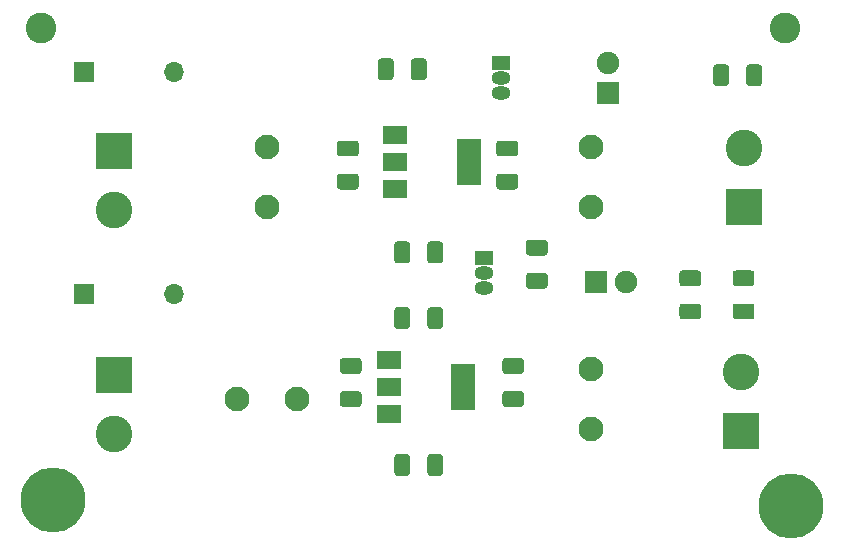
<source format=gbr>
G04 #@! TF.GenerationSoftware,KiCad,Pcbnew,(5.1.6)-1*
G04 #@! TF.CreationDate,2021-06-24T11:46:10+03:00*
G04 #@! TF.ProjectId,power supply,706f7765-7220-4737-9570-706c792e6b69,rev?*
G04 #@! TF.SameCoordinates,Original*
G04 #@! TF.FileFunction,Soldermask,Top*
G04 #@! TF.FilePolarity,Negative*
%FSLAX46Y46*%
G04 Gerber Fmt 4.6, Leading zero omitted, Abs format (unit mm)*
G04 Created by KiCad (PCBNEW (5.1.6)-1) date 2021-06-24 11:46:10*
%MOMM*%
%LPD*%
G01*
G04 APERTURE LIST*
%ADD10C,5.500000*%
%ADD11C,0.900000*%
%ADD12C,2.600000*%
%ADD13C,2.100000*%
%ADD14R,1.900000X1.900000*%
%ADD15C,1.900000*%
%ADD16C,3.100000*%
%ADD17R,3.100000X3.100000*%
%ADD18O,1.700000X1.700000*%
%ADD19R,1.700000X1.700000*%
%ADD20R,2.100000X3.900000*%
%ADD21R,2.100000X1.600000*%
%ADD22R,1.600000X1.150000*%
%ADD23O,1.600000X1.150000*%
G04 APERTURE END LIST*
D10*
X148000000Y-146500000D03*
D11*
X150025000Y-146500000D03*
X149431891Y-147931891D03*
X148000000Y-148525000D03*
X146568109Y-147931891D03*
X145975000Y-146500000D03*
X146568109Y-145068109D03*
X148000000Y-144475000D03*
X149431891Y-145068109D03*
X86931891Y-144568109D03*
X85500000Y-143975000D03*
X84068109Y-144568109D03*
X83475000Y-146000000D03*
X84068109Y-147431891D03*
X85500000Y-148025000D03*
X86931891Y-147431891D03*
X87525000Y-146000000D03*
D10*
X85500000Y-146000000D03*
D12*
X147500000Y-106000000D03*
X84500000Y-106000000D03*
D13*
X131074000Y-116078000D03*
X131064000Y-121158000D03*
G36*
G01*
X127155000Y-125275000D02*
X125845000Y-125275000D01*
G75*
G02*
X125575000Y-125005000I0J270000D01*
G01*
X125575000Y-124195000D01*
G75*
G02*
X125845000Y-123925000I270000J0D01*
G01*
X127155000Y-123925000D01*
G75*
G02*
X127425000Y-124195000I0J-270000D01*
G01*
X127425000Y-125005000D01*
G75*
G02*
X127155000Y-125275000I-270000J0D01*
G01*
G37*
G36*
G01*
X127155000Y-128075000D02*
X125845000Y-128075000D01*
G75*
G02*
X125575000Y-127805000I0J270000D01*
G01*
X125575000Y-126995000D01*
G75*
G02*
X125845000Y-126725000I270000J0D01*
G01*
X127155000Y-126725000D01*
G75*
G02*
X127425000Y-126995000I0J-270000D01*
G01*
X127425000Y-127805000D01*
G75*
G02*
X127155000Y-128075000I-270000J0D01*
G01*
G37*
G36*
G01*
X114425000Y-143655000D02*
X114425000Y-142345000D01*
G75*
G02*
X114695000Y-142075000I270000J0D01*
G01*
X115505000Y-142075000D01*
G75*
G02*
X115775000Y-142345000I0J-270000D01*
G01*
X115775000Y-143655000D01*
G75*
G02*
X115505000Y-143925000I-270000J0D01*
G01*
X114695000Y-143925000D01*
G75*
G02*
X114425000Y-143655000I0J270000D01*
G01*
G37*
G36*
G01*
X117225000Y-143655000D02*
X117225000Y-142345000D01*
G75*
G02*
X117495000Y-142075000I270000J0D01*
G01*
X118305000Y-142075000D01*
G75*
G02*
X118575000Y-142345000I0J-270000D01*
G01*
X118575000Y-143655000D01*
G75*
G02*
X118305000Y-143925000I-270000J0D01*
G01*
X117495000Y-143925000D01*
G75*
G02*
X117225000Y-143655000I0J270000D01*
G01*
G37*
G36*
G01*
X114425000Y-125655000D02*
X114425000Y-124345000D01*
G75*
G02*
X114695000Y-124075000I270000J0D01*
G01*
X115505000Y-124075000D01*
G75*
G02*
X115775000Y-124345000I0J-270000D01*
G01*
X115775000Y-125655000D01*
G75*
G02*
X115505000Y-125925000I-270000J0D01*
G01*
X114695000Y-125925000D01*
G75*
G02*
X114425000Y-125655000I0J270000D01*
G01*
G37*
G36*
G01*
X117225000Y-125655000D02*
X117225000Y-124345000D01*
G75*
G02*
X117495000Y-124075000I270000J0D01*
G01*
X118305000Y-124075000D01*
G75*
G02*
X118575000Y-124345000I0J-270000D01*
G01*
X118575000Y-125655000D01*
G75*
G02*
X118305000Y-125925000I-270000J0D01*
G01*
X117495000Y-125925000D01*
G75*
G02*
X117225000Y-125655000I0J270000D01*
G01*
G37*
G36*
G01*
X123845000Y-136739000D02*
X125155000Y-136739000D01*
G75*
G02*
X125425000Y-137009000I0J-270000D01*
G01*
X125425000Y-137819000D01*
G75*
G02*
X125155000Y-138089000I-270000J0D01*
G01*
X123845000Y-138089000D01*
G75*
G02*
X123575000Y-137819000I0J270000D01*
G01*
X123575000Y-137009000D01*
G75*
G02*
X123845000Y-136739000I270000J0D01*
G01*
G37*
G36*
G01*
X123845000Y-133939000D02*
X125155000Y-133939000D01*
G75*
G02*
X125425000Y-134209000I0J-270000D01*
G01*
X125425000Y-135019000D01*
G75*
G02*
X125155000Y-135289000I-270000J0D01*
G01*
X123845000Y-135289000D01*
G75*
G02*
X123575000Y-135019000I0J270000D01*
G01*
X123575000Y-134209000D01*
G75*
G02*
X123845000Y-133939000I270000J0D01*
G01*
G37*
G36*
G01*
X111155000Y-116875000D02*
X109845000Y-116875000D01*
G75*
G02*
X109575000Y-116605000I0J270000D01*
G01*
X109575000Y-115795000D01*
G75*
G02*
X109845000Y-115525000I270000J0D01*
G01*
X111155000Y-115525000D01*
G75*
G02*
X111425000Y-115795000I0J-270000D01*
G01*
X111425000Y-116605000D01*
G75*
G02*
X111155000Y-116875000I-270000J0D01*
G01*
G37*
G36*
G01*
X111155000Y-119675000D02*
X109845000Y-119675000D01*
G75*
G02*
X109575000Y-119405000I0J270000D01*
G01*
X109575000Y-118595000D01*
G75*
G02*
X109845000Y-118325000I270000J0D01*
G01*
X111155000Y-118325000D01*
G75*
G02*
X111425000Y-118595000I0J-270000D01*
G01*
X111425000Y-119405000D01*
G75*
G02*
X111155000Y-119675000I-270000J0D01*
G01*
G37*
G36*
G01*
X117225000Y-131211000D02*
X117225000Y-129901000D01*
G75*
G02*
X117495000Y-129631000I270000J0D01*
G01*
X118305000Y-129631000D01*
G75*
G02*
X118575000Y-129901000I0J-270000D01*
G01*
X118575000Y-131211000D01*
G75*
G02*
X118305000Y-131481000I-270000J0D01*
G01*
X117495000Y-131481000D01*
G75*
G02*
X117225000Y-131211000I0J270000D01*
G01*
G37*
G36*
G01*
X114425000Y-131211000D02*
X114425000Y-129901000D01*
G75*
G02*
X114695000Y-129631000I270000J0D01*
G01*
X115505000Y-129631000D01*
G75*
G02*
X115775000Y-129901000I0J-270000D01*
G01*
X115775000Y-131211000D01*
G75*
G02*
X115505000Y-131481000I-270000J0D01*
G01*
X114695000Y-131481000D01*
G75*
G02*
X114425000Y-131211000I0J270000D01*
G01*
G37*
G36*
G01*
X124655000Y-116875000D02*
X123345000Y-116875000D01*
G75*
G02*
X123075000Y-116605000I0J270000D01*
G01*
X123075000Y-115795000D01*
G75*
G02*
X123345000Y-115525000I270000J0D01*
G01*
X124655000Y-115525000D01*
G75*
G02*
X124925000Y-115795000I0J-270000D01*
G01*
X124925000Y-116605000D01*
G75*
G02*
X124655000Y-116875000I-270000J0D01*
G01*
G37*
G36*
G01*
X124655000Y-119675000D02*
X123345000Y-119675000D01*
G75*
G02*
X123075000Y-119405000I0J270000D01*
G01*
X123075000Y-118595000D01*
G75*
G02*
X123345000Y-118325000I270000J0D01*
G01*
X124655000Y-118325000D01*
G75*
G02*
X124925000Y-118595000I0J-270000D01*
G01*
X124925000Y-119405000D01*
G75*
G02*
X124655000Y-119675000I-270000J0D01*
G01*
G37*
G36*
G01*
X110089000Y-133939000D02*
X111399000Y-133939000D01*
G75*
G02*
X111669000Y-134209000I0J-270000D01*
G01*
X111669000Y-135019000D01*
G75*
G02*
X111399000Y-135289000I-270000J0D01*
G01*
X110089000Y-135289000D01*
G75*
G02*
X109819000Y-135019000I0J270000D01*
G01*
X109819000Y-134209000D01*
G75*
G02*
X110089000Y-133939000I270000J0D01*
G01*
G37*
G36*
G01*
X110089000Y-136739000D02*
X111399000Y-136739000D01*
G75*
G02*
X111669000Y-137009000I0J-270000D01*
G01*
X111669000Y-137819000D01*
G75*
G02*
X111399000Y-138089000I-270000J0D01*
G01*
X110089000Y-138089000D01*
G75*
G02*
X109819000Y-137819000I0J270000D01*
G01*
X109819000Y-137009000D01*
G75*
G02*
X110089000Y-136739000I270000J0D01*
G01*
G37*
G36*
G01*
X141425000Y-110655000D02*
X141425000Y-109345000D01*
G75*
G02*
X141695000Y-109075000I270000J0D01*
G01*
X142505000Y-109075000D01*
G75*
G02*
X142775000Y-109345000I0J-270000D01*
G01*
X142775000Y-110655000D01*
G75*
G02*
X142505000Y-110925000I-270000J0D01*
G01*
X141695000Y-110925000D01*
G75*
G02*
X141425000Y-110655000I0J270000D01*
G01*
G37*
G36*
G01*
X144225000Y-110655000D02*
X144225000Y-109345000D01*
G75*
G02*
X144495000Y-109075000I270000J0D01*
G01*
X145305000Y-109075000D01*
G75*
G02*
X145575000Y-109345000I0J-270000D01*
G01*
X145575000Y-110655000D01*
G75*
G02*
X145305000Y-110925000I-270000J0D01*
G01*
X144495000Y-110925000D01*
G75*
G02*
X144225000Y-110655000I0J270000D01*
G01*
G37*
D14*
X131500000Y-127500000D03*
D15*
X134040000Y-127500000D03*
D13*
X106162000Y-137414000D03*
X101082000Y-137404000D03*
X103632000Y-116078000D03*
X103622000Y-121158000D03*
X131064000Y-139954000D03*
X131074000Y-134874000D03*
D16*
X90678000Y-121443000D03*
D17*
X90678000Y-116443000D03*
X90678000Y-135382000D03*
D16*
X90678000Y-140382000D03*
X143764000Y-135097000D03*
D17*
X143764000Y-140097000D03*
X144018000Y-121158000D03*
D16*
X144018000Y-116158000D03*
D18*
X95758000Y-128524000D03*
D19*
X88138000Y-128524000D03*
X88138000Y-109728000D03*
D18*
X95758000Y-109728000D03*
D20*
X120244000Y-136398000D03*
D21*
X113944000Y-136398000D03*
X113944000Y-138698000D03*
X113944000Y-134098000D03*
X114452000Y-115048000D03*
X114452000Y-119648000D03*
X114452000Y-117348000D03*
D20*
X120752000Y-117348000D03*
D14*
X132500000Y-111500000D03*
D15*
X132500000Y-108960000D03*
D22*
X122000000Y-125500000D03*
D23*
X122000000Y-128040000D03*
X122000000Y-126770000D03*
X123500000Y-110270000D03*
X123500000Y-111540000D03*
D22*
X123500000Y-109000000D03*
G36*
G01*
X140155000Y-130675000D02*
X138845000Y-130675000D01*
G75*
G02*
X138575000Y-130405000I0J270000D01*
G01*
X138575000Y-129595000D01*
G75*
G02*
X138845000Y-129325000I270000J0D01*
G01*
X140155000Y-129325000D01*
G75*
G02*
X140425000Y-129595000I0J-270000D01*
G01*
X140425000Y-130405000D01*
G75*
G02*
X140155000Y-130675000I-270000J0D01*
G01*
G37*
G36*
G01*
X140155000Y-127875000D02*
X138845000Y-127875000D01*
G75*
G02*
X138575000Y-127605000I0J270000D01*
G01*
X138575000Y-126795000D01*
G75*
G02*
X138845000Y-126525000I270000J0D01*
G01*
X140155000Y-126525000D01*
G75*
G02*
X140425000Y-126795000I0J-270000D01*
G01*
X140425000Y-127605000D01*
G75*
G02*
X140155000Y-127875000I-270000J0D01*
G01*
G37*
G36*
G01*
X117175000Y-108845000D02*
X117175000Y-110155000D01*
G75*
G02*
X116905000Y-110425000I-270000J0D01*
G01*
X116095000Y-110425000D01*
G75*
G02*
X115825000Y-110155000I0J270000D01*
G01*
X115825000Y-108845000D01*
G75*
G02*
X116095000Y-108575000I270000J0D01*
G01*
X116905000Y-108575000D01*
G75*
G02*
X117175000Y-108845000I0J-270000D01*
G01*
G37*
G36*
G01*
X114375000Y-108845000D02*
X114375000Y-110155000D01*
G75*
G02*
X114105000Y-110425000I-270000J0D01*
G01*
X113295000Y-110425000D01*
G75*
G02*
X113025000Y-110155000I0J270000D01*
G01*
X113025000Y-108845000D01*
G75*
G02*
X113295000Y-108575000I270000J0D01*
G01*
X114105000Y-108575000D01*
G75*
G02*
X114375000Y-108845000I0J-270000D01*
G01*
G37*
G36*
G01*
X143345000Y-129325000D02*
X144655000Y-129325000D01*
G75*
G02*
X144925000Y-129595000I0J-270000D01*
G01*
X144925000Y-130405000D01*
G75*
G02*
X144655000Y-130675000I-270000J0D01*
G01*
X143345000Y-130675000D01*
G75*
G02*
X143075000Y-130405000I0J270000D01*
G01*
X143075000Y-129595000D01*
G75*
G02*
X143345000Y-129325000I270000J0D01*
G01*
G37*
G36*
G01*
X143345000Y-126525000D02*
X144655000Y-126525000D01*
G75*
G02*
X144925000Y-126795000I0J-270000D01*
G01*
X144925000Y-127605000D01*
G75*
G02*
X144655000Y-127875000I-270000J0D01*
G01*
X143345000Y-127875000D01*
G75*
G02*
X143075000Y-127605000I0J270000D01*
G01*
X143075000Y-126795000D01*
G75*
G02*
X143345000Y-126525000I270000J0D01*
G01*
G37*
M02*

</source>
